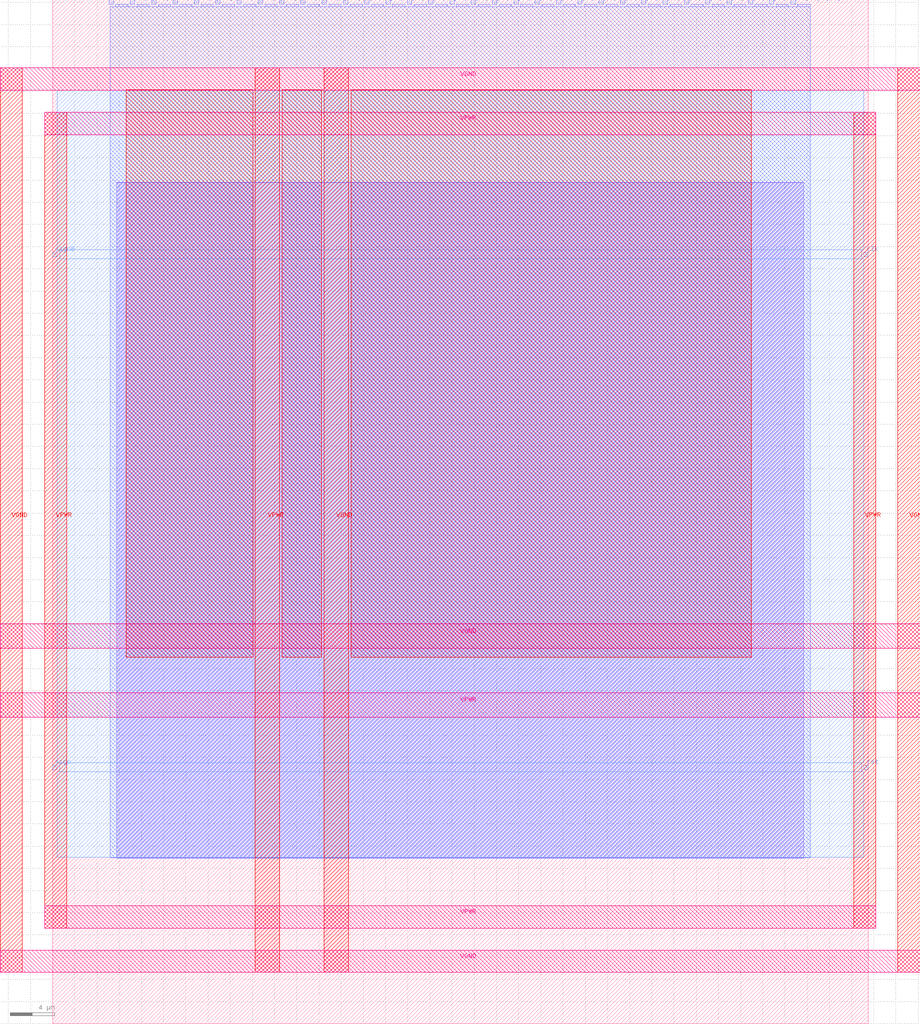
<source format=lef>
VERSION 5.7 ;
  NOWIREEXTENSIONATPIN ON ;
  DIVIDERCHAR "/" ;
  BUSBITCHARS "[]" ;
MACRO DigitalSine
  CLASS BLOCK ;
  FOREIGN DigitalSine ;
  ORIGIN 0.000 0.000 ;
  SIZE 73.510 BY 92.230 ;
  PIN VGND
    DIRECTION INOUT ;
    USE GROUND ;
    PORT
      LAYER Metal4 ;
        RECT -4.740 4.620 -2.740 86.100 ;
    END
    PORT
      LAYER Metal5 ;
        RECT -4.740 4.620 78.180 6.620 ;
    END
    PORT
      LAYER Metal5 ;
        RECT -4.740 84.100 78.180 86.100 ;
    END
    PORT
      LAYER Metal4 ;
        RECT 76.180 4.620 78.180 86.100 ;
    END
    PORT
      LAYER Metal4 ;
        RECT 24.460 4.620 26.660 86.100 ;
    END
    PORT
      LAYER Metal5 ;
        RECT -4.740 33.820 78.180 36.020 ;
    END
  END VGND
  PIN VPWR
    DIRECTION INOUT ;
    USE POWER ;
    PORT
      LAYER Metal4 ;
        RECT -0.740 8.620 1.260 82.100 ;
    END
    PORT
      LAYER Metal5 ;
        RECT -0.740 8.620 74.180 10.620 ;
    END
    PORT
      LAYER Metal5 ;
        RECT -0.740 80.100 74.180 82.100 ;
    END
    PORT
      LAYER Metal4 ;
        RECT 72.180 8.620 74.180 82.100 ;
    END
    PORT
      LAYER Metal4 ;
        RECT 18.260 4.620 20.460 86.100 ;
    END
    PORT
      LAYER Metal5 ;
        RECT -4.740 27.620 78.180 29.820 ;
    END
  END VPWR
  PIN clk
    DIRECTION INPUT ;
    USE SIGNAL ;
    ANTENNAGATEAREA 0.725400 ;
    PORT
      LAYER Metal3 ;
        RECT 73.110 69.100 73.510 69.500 ;
    END
  END clk
  PIN rst
    DIRECTION INPUT ;
    USE SIGNAL ;
    ANTENNAGATEAREA 0.180700 ;
    PORT
      LAYER Metal3 ;
        RECT 73.110 22.900 73.510 23.300 ;
    END
  END rst
  PIN sign
    DIRECTION OUTPUT ;
    USE SIGNAL ;
    ANTENNADIFFAREA 0.708600 ;
    PORT
      LAYER Metal3 ;
        RECT 0.000 22.900 0.400 23.300 ;
    END
  END sign
  PIN signB
    DIRECTION OUTPUT ;
    USE SIGNAL ;
    ANTENNADIFFAREA 0.708600 ;
    PORT
      LAYER Metal3 ;
        RECT 0.000 69.100 0.400 69.500 ;
    END
  END signB
  PIN sine_out[0]
    DIRECTION OUTPUT ;
    USE SIGNAL ;
    ANTENNADIFFAREA 0.708600 ;
    PORT
      LAYER Metal2 ;
        RECT 5.080 91.830 5.480 92.230 ;
    END
  END sine_out[0]
  PIN sine_out[10]
    DIRECTION OUTPUT ;
    USE SIGNAL ;
    ANTENNADIFFAREA 0.708600 ;
    PORT
      LAYER Metal2 ;
        RECT 24.280 91.830 24.680 92.230 ;
    END
  END sine_out[10]
  PIN sine_out[11]
    DIRECTION OUTPUT ;
    USE SIGNAL ;
    ANTENNADIFFAREA 0.708600 ;
    PORT
      LAYER Metal2 ;
        RECT 26.200 91.830 26.600 92.230 ;
    END
  END sine_out[11]
  PIN sine_out[12]
    DIRECTION OUTPUT ;
    USE SIGNAL ;
    ANTENNADIFFAREA 0.708600 ;
    PORT
      LAYER Metal2 ;
        RECT 28.120 91.830 28.520 92.230 ;
    END
  END sine_out[12]
  PIN sine_out[13]
    DIRECTION OUTPUT ;
    USE SIGNAL ;
    ANTENNADIFFAREA 0.708600 ;
    PORT
      LAYER Metal2 ;
        RECT 30.040 91.830 30.440 92.230 ;
    END
  END sine_out[13]
  PIN sine_out[14]
    DIRECTION OUTPUT ;
    USE SIGNAL ;
    ANTENNADIFFAREA 0.708600 ;
    PORT
      LAYER Metal2 ;
        RECT 31.960 91.830 32.360 92.230 ;
    END
  END sine_out[14]
  PIN sine_out[15]
    DIRECTION OUTPUT ;
    USE SIGNAL ;
    ANTENNADIFFAREA 0.708600 ;
    PORT
      LAYER Metal2 ;
        RECT 33.880 91.830 34.280 92.230 ;
    END
  END sine_out[15]
  PIN sine_out[16]
    DIRECTION OUTPUT ;
    USE SIGNAL ;
    ANTENNADIFFAREA 0.708600 ;
    PORT
      LAYER Metal2 ;
        RECT 35.800 91.830 36.200 92.230 ;
    END
  END sine_out[16]
  PIN sine_out[17]
    DIRECTION OUTPUT ;
    USE SIGNAL ;
    ANTENNADIFFAREA 0.708600 ;
    PORT
      LAYER Metal2 ;
        RECT 37.720 91.830 38.120 92.230 ;
    END
  END sine_out[17]
  PIN sine_out[18]
    DIRECTION OUTPUT ;
    USE SIGNAL ;
    ANTENNADIFFAREA 0.708600 ;
    PORT
      LAYER Metal2 ;
        RECT 39.640 91.830 40.040 92.230 ;
    END
  END sine_out[18]
  PIN sine_out[19]
    DIRECTION OUTPUT ;
    USE SIGNAL ;
    ANTENNADIFFAREA 0.708600 ;
    PORT
      LAYER Metal2 ;
        RECT 41.560 91.830 41.960 92.230 ;
    END
  END sine_out[19]
  PIN sine_out[1]
    DIRECTION OUTPUT ;
    USE SIGNAL ;
    ANTENNADIFFAREA 0.708600 ;
    PORT
      LAYER Metal2 ;
        RECT 7.000 91.830 7.400 92.230 ;
    END
  END sine_out[1]
  PIN sine_out[20]
    DIRECTION OUTPUT ;
    USE SIGNAL ;
    ANTENNADIFFAREA 0.708600 ;
    PORT
      LAYER Metal2 ;
        RECT 43.480 91.830 43.880 92.230 ;
    END
  END sine_out[20]
  PIN sine_out[21]
    DIRECTION OUTPUT ;
    USE SIGNAL ;
    ANTENNADIFFAREA 0.708600 ;
    PORT
      LAYER Metal2 ;
        RECT 45.400 91.830 45.800 92.230 ;
    END
  END sine_out[21]
  PIN sine_out[22]
    DIRECTION OUTPUT ;
    USE SIGNAL ;
    ANTENNADIFFAREA 0.708600 ;
    PORT
      LAYER Metal2 ;
        RECT 47.320 91.830 47.720 92.230 ;
    END
  END sine_out[22]
  PIN sine_out[23]
    DIRECTION OUTPUT ;
    USE SIGNAL ;
    ANTENNADIFFAREA 0.708600 ;
    PORT
      LAYER Metal2 ;
        RECT 49.240 91.830 49.640 92.230 ;
    END
  END sine_out[23]
  PIN sine_out[24]
    DIRECTION OUTPUT ;
    USE SIGNAL ;
    ANTENNADIFFAREA 0.708600 ;
    PORT
      LAYER Metal2 ;
        RECT 51.160 91.830 51.560 92.230 ;
    END
  END sine_out[24]
  PIN sine_out[25]
    DIRECTION OUTPUT ;
    USE SIGNAL ;
    ANTENNADIFFAREA 0.708600 ;
    PORT
      LAYER Metal2 ;
        RECT 53.080 91.830 53.480 92.230 ;
    END
  END sine_out[25]
  PIN sine_out[26]
    DIRECTION OUTPUT ;
    USE SIGNAL ;
    ANTENNADIFFAREA 0.708600 ;
    PORT
      LAYER Metal2 ;
        RECT 55.000 91.830 55.400 92.230 ;
    END
  END sine_out[26]
  PIN sine_out[27]
    DIRECTION OUTPUT ;
    USE SIGNAL ;
    ANTENNADIFFAREA 0.708600 ;
    PORT
      LAYER Metal2 ;
        RECT 56.920 91.830 57.320 92.230 ;
    END
  END sine_out[27]
  PIN sine_out[28]
    DIRECTION OUTPUT ;
    USE SIGNAL ;
    ANTENNADIFFAREA 0.708600 ;
    PORT
      LAYER Metal2 ;
        RECT 58.840 91.830 59.240 92.230 ;
    END
  END sine_out[28]
  PIN sine_out[29]
    DIRECTION OUTPUT ;
    USE SIGNAL ;
    ANTENNADIFFAREA 0.708600 ;
    PORT
      LAYER Metal2 ;
        RECT 60.760 91.830 61.160 92.230 ;
    END
  END sine_out[29]
  PIN sine_out[2]
    DIRECTION OUTPUT ;
    USE SIGNAL ;
    ANTENNADIFFAREA 0.708600 ;
    PORT
      LAYER Metal2 ;
        RECT 8.920 91.830 9.320 92.230 ;
    END
  END sine_out[2]
  PIN sine_out[30]
    DIRECTION OUTPUT ;
    USE SIGNAL ;
    ANTENNADIFFAREA 0.708600 ;
    PORT
      LAYER Metal2 ;
        RECT 62.680 91.830 63.080 92.230 ;
    END
  END sine_out[30]
  PIN sine_out[31]
    DIRECTION OUTPUT ;
    USE SIGNAL ;
    ANTENNADIFFAREA 0.708600 ;
    PORT
      LAYER Metal2 ;
        RECT 64.600 91.830 65.000 92.230 ;
    END
  END sine_out[31]
  PIN sine_out[32]
    DIRECTION OUTPUT ;
    USE SIGNAL ;
    ANTENNADIFFAREA 0.708600 ;
    PORT
      LAYER Metal2 ;
        RECT 66.520 91.830 66.920 92.230 ;
    END
  END sine_out[32]
  PIN sine_out[3]
    DIRECTION OUTPUT ;
    USE SIGNAL ;
    ANTENNADIFFAREA 0.708600 ;
    PORT
      LAYER Metal2 ;
        RECT 10.840 91.830 11.240 92.230 ;
    END
  END sine_out[3]
  PIN sine_out[4]
    DIRECTION OUTPUT ;
    USE SIGNAL ;
    ANTENNADIFFAREA 0.708600 ;
    PORT
      LAYER Metal2 ;
        RECT 12.760 91.830 13.160 92.230 ;
    END
  END sine_out[4]
  PIN sine_out[5]
    DIRECTION OUTPUT ;
    USE SIGNAL ;
    ANTENNADIFFAREA 0.708600 ;
    PORT
      LAYER Metal2 ;
        RECT 14.680 91.830 15.080 92.230 ;
    END
  END sine_out[5]
  PIN sine_out[6]
    DIRECTION OUTPUT ;
    USE SIGNAL ;
    ANTENNADIFFAREA 0.708600 ;
    PORT
      LAYER Metal2 ;
        RECT 16.600 91.830 17.000 92.230 ;
    END
  END sine_out[6]
  PIN sine_out[7]
    DIRECTION OUTPUT ;
    USE SIGNAL ;
    ANTENNADIFFAREA 0.708600 ;
    PORT
      LAYER Metal2 ;
        RECT 18.520 91.830 18.920 92.230 ;
    END
  END sine_out[7]
  PIN sine_out[8]
    DIRECTION OUTPUT ;
    USE SIGNAL ;
    ANTENNADIFFAREA 0.708600 ;
    PORT
      LAYER Metal2 ;
        RECT 20.440 91.830 20.840 92.230 ;
    END
  END sine_out[8]
  PIN sine_out[9]
    DIRECTION OUTPUT ;
    USE SIGNAL ;
    ANTENNADIFFAREA 0.708600 ;
    PORT
      LAYER Metal2 ;
        RECT 22.360 91.830 22.760 92.230 ;
    END
  END sine_out[9]
  OBS
      LAYER GatPoly ;
        RECT 5.760 14.970 67.680 75.750 ;
      LAYER Metal1 ;
        RECT 5.760 14.900 67.680 75.820 ;
      LAYER Metal2 ;
        RECT 5.690 91.620 6.790 91.830 ;
        RECT 7.610 91.620 8.710 91.830 ;
        RECT 9.530 91.620 10.630 91.830 ;
        RECT 11.450 91.620 12.550 91.830 ;
        RECT 13.370 91.620 14.470 91.830 ;
        RECT 15.290 91.620 16.390 91.830 ;
        RECT 17.210 91.620 18.310 91.830 ;
        RECT 19.130 91.620 20.230 91.830 ;
        RECT 21.050 91.620 22.150 91.830 ;
        RECT 22.970 91.620 24.070 91.830 ;
        RECT 24.890 91.620 25.990 91.830 ;
        RECT 26.810 91.620 27.910 91.830 ;
        RECT 28.730 91.620 29.830 91.830 ;
        RECT 30.650 91.620 31.750 91.830 ;
        RECT 32.570 91.620 33.670 91.830 ;
        RECT 34.490 91.620 35.590 91.830 ;
        RECT 36.410 91.620 37.510 91.830 ;
        RECT 38.330 91.620 39.430 91.830 ;
        RECT 40.250 91.620 41.350 91.830 ;
        RECT 42.170 91.620 43.270 91.830 ;
        RECT 44.090 91.620 45.190 91.830 ;
        RECT 46.010 91.620 47.110 91.830 ;
        RECT 47.930 91.620 49.030 91.830 ;
        RECT 49.850 91.620 50.950 91.830 ;
        RECT 51.770 91.620 52.870 91.830 ;
        RECT 53.690 91.620 54.790 91.830 ;
        RECT 55.610 91.620 56.710 91.830 ;
        RECT 57.530 91.620 58.630 91.830 ;
        RECT 59.450 91.620 60.550 91.830 ;
        RECT 61.370 91.620 62.470 91.830 ;
        RECT 63.290 91.620 64.390 91.830 ;
        RECT 65.210 91.620 66.310 91.830 ;
        RECT 67.130 91.620 68.265 91.830 ;
        RECT 5.180 14.975 68.265 91.620 ;
      LAYER Metal3 ;
        RECT 0.400 69.710 73.110 84.105 ;
        RECT 0.610 68.890 72.900 69.710 ;
        RECT 0.400 23.510 73.110 68.890 ;
        RECT 0.610 22.690 72.900 23.510 ;
        RECT 0.400 15.020 73.110 22.690 ;
      LAYER Metal4 ;
        RECT 6.620 33.035 18.050 84.145 ;
        RECT 20.670 33.035 24.250 84.145 ;
        RECT 26.870 33.035 62.980 84.145 ;
  END
END DigitalSine
END LIBRARY


</source>
